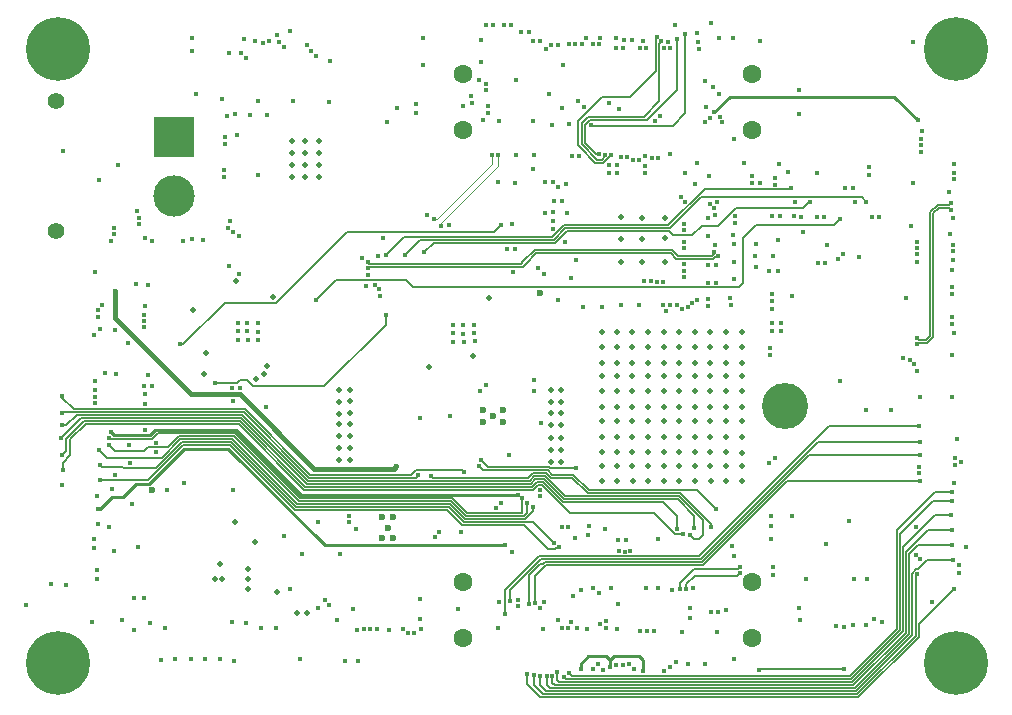
<source format=gbr>
%TF.GenerationSoftware,KiCad,Pcbnew,7.0.6-rc1-29-g152dc56df4*%
%TF.CreationDate,2023-07-03T16:00:48-04:00*%
%TF.ProjectId,pixc4-jetson-universal-carrier,70697863-342d-46a6-9574-736f6e2d756e,rev?*%
%TF.SameCoordinates,Original*%
%TF.FileFunction,Copper,L8,Inr*%
%TF.FilePolarity,Positive*%
%FSLAX46Y46*%
G04 Gerber Fmt 4.6, Leading zero omitted, Abs format (unit mm)*
G04 Created by KiCad (PCBNEW 7.0.6-rc1-29-g152dc56df4) date 2023-07-03 16:00:48*
%MOMM*%
%LPD*%
G01*
G04 APERTURE LIST*
%TA.AperFunction,ComponentPad*%
%ADD10C,1.400000*%
%TD*%
%TA.AperFunction,ComponentPad*%
%ADD11R,3.500000X3.500000*%
%TD*%
%TA.AperFunction,ComponentPad*%
%ADD12C,3.500000*%
%TD*%
%TA.AperFunction,ComponentPad*%
%ADD13C,0.800000*%
%TD*%
%TA.AperFunction,ComponentPad*%
%ADD14C,5.400000*%
%TD*%
%TA.AperFunction,ComponentPad*%
%ADD15C,1.600000*%
%TD*%
%TA.AperFunction,ComponentPad*%
%ADD16C,0.600000*%
%TD*%
%TA.AperFunction,ComponentPad*%
%ADD17C,3.900000*%
%TD*%
%TA.AperFunction,ViaPad*%
%ADD18C,0.400000*%
%TD*%
%TA.AperFunction,ViaPad*%
%ADD19C,0.500000*%
%TD*%
%TA.AperFunction,ViaPad*%
%ADD20C,0.600000*%
%TD*%
%TA.AperFunction,Conductor*%
%ADD21C,0.254000*%
%TD*%
%TA.AperFunction,Conductor*%
%ADD22C,0.152400*%
%TD*%
%TA.AperFunction,Conductor*%
%ADD23C,0.127254*%
%TD*%
%TA.AperFunction,Conductor*%
%ADD24C,0.157480*%
%TD*%
%TA.AperFunction,Conductor*%
%ADD25C,0.129540*%
%TD*%
%TA.AperFunction,Conductor*%
%ADD26C,0.102108*%
%TD*%
%TA.AperFunction,Conductor*%
%ADD27C,0.457200*%
%TD*%
G04 APERTURE END LIST*
D10*
%TO.N,*%
%TO.C,J27*%
X61310700Y-97173560D03*
X61310700Y-86173560D03*
D11*
%TO.N,GND*%
X71310700Y-89173560D03*
D12*
%TO.N,/MainPower/PWR_IN*%
X71310700Y-94173560D03*
%TD*%
D13*
%TO.N,GND*%
%TO.C,J1*%
X59475000Y-81750000D03*
X60068109Y-80318109D03*
X60068109Y-83181891D03*
X61500000Y-79725000D03*
D14*
X61500000Y-81750000D03*
D13*
X61500000Y-83775000D03*
X62931891Y-80318109D03*
X62931891Y-83181891D03*
X63525000Y-81750000D03*
%TD*%
%TO.N,GND*%
%TO.C,J2*%
X59475000Y-133750000D03*
X60068109Y-132318109D03*
X60068109Y-135181891D03*
X61500000Y-131725000D03*
D14*
X61500000Y-133750000D03*
D13*
X61500000Y-135775000D03*
X62931891Y-132318109D03*
X62931891Y-135181891D03*
X63525000Y-133750000D03*
%TD*%
%TO.N,GND*%
%TO.C,J3*%
X135475000Y-81750000D03*
X136068109Y-80318109D03*
X136068109Y-83181891D03*
X137500000Y-79725000D03*
D14*
X137500000Y-81750000D03*
D13*
X137500000Y-83775000D03*
X138931891Y-80318109D03*
X138931891Y-83181891D03*
X139525000Y-81750000D03*
%TD*%
%TO.N,GND*%
%TO.C,J4*%
X135475000Y-133750000D03*
X136068109Y-132318109D03*
X136068109Y-135181891D03*
X137500000Y-131725000D03*
D14*
X137500000Y-133750000D03*
D13*
X137500000Y-135775000D03*
X138931891Y-132318109D03*
X138931891Y-135181891D03*
X139525000Y-133750000D03*
%TD*%
D15*
%TO.N,+5V*%
%TO.C,J5*%
X95750000Y-88625000D03*
X120250000Y-88625000D03*
%TO.N,GND*%
X95750000Y-83875000D03*
X120250000Y-83875000D03*
%TD*%
%TO.N,+5V*%
%TO.C,J6*%
X95750000Y-131625000D03*
X120250000Y-131625000D03*
%TO.N,GND*%
X95750000Y-126875000D03*
X120250000Y-126875000D03*
%TD*%
D16*
%TO.N,GND*%
%TO.C,U6*%
X88900800Y-121406200D03*
X88900800Y-123126200D03*
X89380800Y-122266200D03*
X89860800Y-121406200D03*
X89860800Y-123126200D03*
%TD*%
%TO.N,GND*%
%TO.C,U10*%
X99161600Y-112344200D03*
X97441600Y-112344200D03*
X98301600Y-112824200D03*
X99161600Y-113304200D03*
X97441600Y-113304200D03*
%TD*%
D17*
%TO.N,GND*%
%TO.C,SP1*%
X123000000Y-112000000D03*
%TD*%
D18*
%TO.N,GND*%
X86800000Y-130910000D03*
X118643400Y-80822800D03*
X127630000Y-109890000D03*
D19*
X110093600Y-115900000D03*
D18*
X118000000Y-129240000D03*
X99910000Y-124320000D03*
X92700000Y-95800000D03*
X118668800Y-101193600D03*
X82510000Y-81420000D03*
X92120000Y-129990000D03*
D19*
X108772800Y-106984800D03*
D18*
X78650000Y-130750000D03*
X132980000Y-107910000D03*
D19*
X107496771Y-105674800D03*
D18*
X130110000Y-91710000D03*
X113250000Y-90680000D03*
X97180000Y-110690000D03*
D19*
X119352800Y-110730000D03*
X107492800Y-109434000D03*
D18*
X90144600Y-86715600D03*
D19*
X114054284Y-113250000D03*
D18*
X104930000Y-130230000D03*
X69090000Y-109390000D03*
X70530000Y-130740000D03*
X87570000Y-101850000D03*
D19*
X114047084Y-112050000D03*
X107492800Y-106984800D03*
X118006771Y-105674800D03*
X111409942Y-106984800D03*
X115372855Y-113250000D03*
D18*
X81380000Y-86170000D03*
D19*
X116686455Y-114560000D03*
D18*
X117440000Y-85600000D03*
X114450000Y-99990000D03*
X65960000Y-97970000D03*
X99872800Y-96545400D03*
X105580000Y-90790000D03*
D19*
X82510000Y-129470000D03*
D18*
X128880000Y-126660000D03*
D19*
X107494600Y-108314000D03*
X108772800Y-109434000D03*
D18*
X95732600Y-105079800D03*
D19*
X115367455Y-108314000D03*
X108780000Y-113250000D03*
X116686026Y-108314000D03*
D18*
X100190000Y-98680000D03*
X116350000Y-86660000D03*
D19*
X119354600Y-108334000D03*
D18*
X86070000Y-121250000D03*
D19*
X107492800Y-110710000D03*
D18*
X67500000Y-115260000D03*
X124200000Y-87220000D03*
X77546200Y-106426000D03*
X112240000Y-127350000D03*
X105300000Y-99580000D03*
D19*
X107495029Y-114560000D03*
X115387084Y-118327800D03*
D18*
X64500000Y-105990000D03*
X92220000Y-130890000D03*
D19*
X108772800Y-117017800D03*
D18*
X86454400Y-129184400D03*
X102300000Y-129100000D03*
X97300000Y-82830000D03*
D19*
X111409942Y-112050000D03*
X110091371Y-106984800D03*
X110867599Y-97818001D03*
D18*
X66220000Y-124290000D03*
X76708000Y-106426000D03*
X111250000Y-127350000D03*
D19*
X118005029Y-115900000D03*
D18*
X117260000Y-131130000D03*
X67700000Y-120260000D03*
X130090000Y-92420000D03*
X103790000Y-130120000D03*
X78409800Y-105689400D03*
X117110000Y-95790000D03*
X79121000Y-87299800D03*
X75920000Y-82050000D03*
X111125000Y-91617800D03*
D19*
X119355029Y-115920000D03*
D18*
X104750000Y-88100000D03*
X100220000Y-84370000D03*
D19*
X116684226Y-117017800D03*
D18*
X95710000Y-86590000D03*
X124170000Y-85200000D03*
D19*
X79180000Y-108630000D03*
D18*
X124240000Y-129090000D03*
D19*
X118024229Y-118327800D03*
D18*
X120180000Y-93080000D03*
X86840000Y-133580000D03*
D19*
X116684226Y-106984800D03*
D18*
X88940000Y-97730000D03*
X102510000Y-130870000D03*
X93410000Y-123100000D03*
D19*
X111412171Y-115900000D03*
X114051055Y-105674800D03*
D18*
X90660000Y-130820000D03*
X95290000Y-129190000D03*
X79070000Y-112080000D03*
X64580000Y-100660000D03*
D19*
X119355029Y-114580000D03*
D18*
X115544600Y-91414600D03*
D19*
X108775029Y-114560000D03*
D18*
X94530000Y-96670000D03*
D19*
X118005029Y-114560000D03*
D18*
X128730000Y-93520000D03*
D19*
X116688197Y-105674800D03*
D18*
X95783400Y-105841800D03*
X118643400Y-97510600D03*
X76010000Y-96300000D03*
X136960000Y-97400000D03*
X96723200Y-105816400D03*
X92130000Y-113030000D03*
X77495400Y-105664000D03*
X115260000Y-127350000D03*
X64560000Y-109860000D03*
X65200000Y-103420000D03*
X85760000Y-133540000D03*
X102600000Y-100790000D03*
X133890000Y-81170000D03*
X115600000Y-102970000D03*
X134160000Y-99780000D03*
X103260000Y-88160000D03*
X64580000Y-110640000D03*
X133870000Y-93080000D03*
X114970000Y-129890000D03*
X61850000Y-90360000D03*
X94894400Y-105816400D03*
X116484400Y-103505000D03*
X65420000Y-109220000D03*
X83490000Y-121800000D03*
D19*
X119352800Y-107004800D03*
X77550000Y-125780000D03*
D18*
X108762800Y-91587800D03*
X65020000Y-105420000D03*
X124256800Y-130124200D03*
X133270000Y-102810000D03*
D19*
X107500000Y-113250000D03*
D18*
X137130000Y-107700000D03*
X70170000Y-133510000D03*
X122428000Y-100558600D03*
D19*
X107514229Y-118327800D03*
X116705655Y-118327800D03*
D18*
X81980000Y-133400000D03*
X85330000Y-124520000D03*
D19*
X107495029Y-115900000D03*
D18*
X94894400Y-106527600D03*
X120910000Y-81110000D03*
D19*
X109093000Y-99771200D03*
D18*
X121793000Y-121285000D03*
X121640600Y-100533200D03*
D19*
X112728513Y-109434000D03*
D18*
X107600000Y-134300000D03*
D19*
X115365655Y-110710000D03*
D18*
X126441200Y-99898200D03*
X97120000Y-84340000D03*
X110970000Y-81070000D03*
D19*
X77560000Y-127460000D03*
X115365655Y-117017800D03*
D18*
X118550000Y-123850000D03*
X103790000Y-102990000D03*
D19*
X114047084Y-110710000D03*
X108774600Y-108314000D03*
D18*
X68760000Y-128220000D03*
X111950000Y-131030000D03*
D19*
X108772800Y-112050000D03*
D18*
X112960000Y-103960000D03*
D19*
X114047084Y-109434000D03*
X119356771Y-105694800D03*
X111411742Y-108314000D03*
X114049313Y-114560000D03*
D18*
X102750000Y-81750000D03*
X84450000Y-82790000D03*
X92405200Y-83108800D03*
X105810000Y-81340000D03*
X78390000Y-86180000D03*
X105950000Y-103570000D03*
X99640000Y-116120000D03*
D19*
X119352800Y-112070000D03*
D18*
X68840000Y-111770000D03*
D19*
X107492800Y-117017800D03*
X119360000Y-113270000D03*
X81710000Y-129460000D03*
X109093000Y-95986600D03*
D18*
X78409800Y-106426000D03*
X80580000Y-122980000D03*
X106740000Y-127400000D03*
D19*
X110091371Y-112050000D03*
D18*
X99974400Y-100660200D03*
X69060000Y-101690000D03*
X134420000Y-111230000D03*
X68170000Y-95500000D03*
D19*
X118002800Y-109434000D03*
X114047084Y-106984800D03*
D18*
X116484400Y-102895400D03*
D19*
X115367884Y-115900000D03*
X110112800Y-118327800D03*
X110947200Y-99771200D03*
D18*
X76708000Y-105638600D03*
D19*
X116684226Y-110710000D03*
D18*
X137120000Y-100480000D03*
X98800000Y-128580000D03*
X129290000Y-99330000D03*
X75565000Y-89179400D03*
X89490000Y-130980000D03*
X101780000Y-90720000D03*
X98780000Y-87830000D03*
X122428000Y-97917000D03*
D19*
X112749942Y-118327800D03*
D18*
X64490000Y-123240000D03*
X84390000Y-86270000D03*
X114960000Y-129070000D03*
D19*
X112732484Y-105674800D03*
X116684226Y-112050000D03*
D18*
X137890000Y-116700000D03*
X108780000Y-130840000D03*
D19*
X108775029Y-115900000D03*
D18*
X137310000Y-91510000D03*
X108864400Y-128717000D03*
X83490000Y-129070000D03*
X114760000Y-133790000D03*
X73760000Y-97900000D03*
X127320000Y-130570000D03*
X128920000Y-94700000D03*
D19*
X119352800Y-109454000D03*
D18*
X116280000Y-133840000D03*
D19*
X118002800Y-106984800D03*
D18*
X131200000Y-130240000D03*
X104521000Y-95605600D03*
X117144800Y-100076000D03*
X137290000Y-118500000D03*
D19*
X111417142Y-113250000D03*
D18*
X88470000Y-130880000D03*
X121996200Y-99263200D03*
X136940000Y-93830000D03*
X96697800Y-105079800D03*
X75372200Y-86022200D03*
X137270000Y-96050000D03*
D19*
X119374229Y-118347800D03*
D18*
X111180000Y-90820000D03*
X108102400Y-91567000D03*
D19*
X119352800Y-117037800D03*
D18*
X113080000Y-81160000D03*
D19*
X108772800Y-110710000D03*
D18*
X117144800Y-101549200D03*
X120910000Y-93070000D03*
D19*
X112877600Y-99771200D03*
D18*
X67880000Y-128210000D03*
D19*
X78160000Y-123520000D03*
D18*
X107320000Y-80780000D03*
X77698600Y-87299800D03*
X120180000Y-92520000D03*
X97282000Y-80949800D03*
X121793000Y-122174000D03*
X88690000Y-102670000D03*
X117250000Y-94730000D03*
D19*
X115365655Y-106984800D03*
D18*
X135440000Y-128550000D03*
D19*
X118002800Y-112050000D03*
D18*
X137150000Y-111190000D03*
X66290000Y-105510000D03*
D19*
X114068513Y-118327800D03*
X110093171Y-108314000D03*
X112852200Y-97790000D03*
D18*
X68770000Y-105300000D03*
D19*
X110091371Y-109434000D03*
X108776771Y-105674800D03*
D18*
X104485000Y-93192600D03*
X67350000Y-106650000D03*
X77495400Y-104978200D03*
X91770000Y-86410000D03*
X58790000Y-128800000D03*
X123610000Y-102650000D03*
D19*
X109118400Y-97840800D03*
D18*
X117120000Y-98330000D03*
X101710000Y-87850000D03*
X117424200Y-80848200D03*
X87200000Y-99460000D03*
D19*
X112728513Y-110710000D03*
X110098571Y-113250000D03*
D18*
X78384400Y-104978200D03*
X126480000Y-123650000D03*
D19*
X114048884Y-108314000D03*
D18*
X79900000Y-130760000D03*
X68820000Y-103550000D03*
X111060000Y-101420000D03*
X76810000Y-97580000D03*
X134550000Y-90510000D03*
X112240000Y-123220000D03*
X109410000Y-80970000D03*
X128410000Y-121740000D03*
D19*
X118002800Y-110710000D03*
X108794229Y-118327800D03*
D18*
X78780000Y-81230000D03*
X134210000Y-109040000D03*
D19*
X110947200Y-96062800D03*
X111409942Y-117017800D03*
X116691426Y-113250000D03*
D18*
X92140000Y-128350000D03*
X69780000Y-115080000D03*
X82120000Y-124520000D03*
D19*
X112728513Y-117017800D03*
D18*
X68100000Y-101680000D03*
X68790000Y-97750000D03*
D19*
X115365655Y-109434000D03*
D18*
X134110000Y-122250000D03*
D19*
X115367884Y-114560000D03*
D18*
X94630000Y-112830000D03*
D19*
X76420000Y-121770000D03*
D18*
X129930000Y-126630000D03*
D19*
X112728513Y-112050000D03*
D18*
X107750000Y-122430000D03*
D19*
X116684226Y-109434000D03*
D18*
X109821900Y-133780000D03*
X116586000Y-92481400D03*
X67530000Y-116760000D03*
D19*
X118002800Y-117017800D03*
X114047084Y-117017800D03*
D18*
X104250000Y-83100000D03*
X105440000Y-130810000D03*
X97470000Y-87730000D03*
X94869000Y-105105200D03*
D19*
X112730313Y-108314000D03*
D18*
X110660000Y-103400000D03*
D19*
X112730742Y-114560000D03*
D18*
X121793000Y-123215400D03*
D19*
X112728513Y-106984800D03*
D18*
X79980000Y-80550000D03*
D19*
X111409942Y-109434000D03*
X110091371Y-110710000D03*
D18*
X68840000Y-110990000D03*
X134570000Y-88710000D03*
X64470000Y-124030000D03*
D19*
X115365655Y-112050000D03*
X118010000Y-113250000D03*
D18*
X99510000Y-98680000D03*
X72770000Y-80850000D03*
X89331800Y-87909400D03*
D19*
X111409942Y-110710000D03*
X110093600Y-114560000D03*
X111431371Y-118327800D03*
X77540000Y-126650000D03*
D18*
X107350000Y-130440000D03*
X95808800Y-106527600D03*
X98750000Y-130770000D03*
X66380000Y-109250000D03*
X134150000Y-98050000D03*
D19*
X112852200Y-96037400D03*
D18*
X96748600Y-106502200D03*
D19*
X110091371Y-117017800D03*
D18*
X114280000Y-103780000D03*
X76708000Y-104978200D03*
X129910000Y-112290000D03*
X85090000Y-130080000D03*
X75565000Y-89789000D03*
D19*
X114049313Y-115900000D03*
D18*
X91795600Y-87198200D03*
D19*
X116686455Y-115900000D03*
D18*
X72770000Y-81950000D03*
X108260000Y-127350000D03*
X105040000Y-128060000D03*
X123647200Y-121310400D03*
X92354400Y-80797400D03*
X64380000Y-130250000D03*
D19*
X112730742Y-115900000D03*
X111412171Y-114560000D03*
D18*
X117527399Y-87473352D03*
X68800000Y-114020000D03*
X112680000Y-101450000D03*
X87690000Y-100850000D03*
D19*
X111413913Y-105674800D03*
X107492800Y-112050000D03*
X118004600Y-108314000D03*
D18*
X106260000Y-130890000D03*
D19*
X112735713Y-113250000D03*
D18*
X68260000Y-123950000D03*
X137200000Y-99590000D03*
X125755400Y-92278200D03*
D19*
X110095342Y-105674800D03*
X115369626Y-105674800D03*
D18*
X119532400Y-91414600D03*
D19*
%TO.N,+5V*%
X85242400Y-116586000D03*
D18*
X97729000Y-110236000D03*
D19*
X85242400Y-115570000D03*
X86156800Y-111556800D03*
X85242400Y-114554000D03*
D18*
X86660000Y-122380000D03*
X121900000Y-105630000D03*
D19*
X86156800Y-116535200D03*
X85242400Y-111607600D03*
X86156800Y-114503200D03*
X86156800Y-112572800D03*
D18*
X86060000Y-121770000D03*
D19*
X73840000Y-109260000D03*
X86156800Y-113538000D03*
D18*
X124570000Y-97240000D03*
X127950000Y-99070000D03*
D19*
X85242400Y-112623600D03*
D18*
X127540000Y-99520000D03*
D19*
X86156800Y-115519200D03*
X86156800Y-110591600D03*
X85242400Y-113538000D03*
D18*
X120548400Y-98221800D03*
X104960000Y-90810000D03*
X102720000Y-93000000D03*
X124360000Y-95940000D03*
X60850000Y-127070000D03*
D20*
X102311200Y-102438200D03*
D19*
X85242400Y-110591600D03*
D18*
%TO.N,3V3_SYS*%
X116770000Y-79560000D03*
%TO.N,USB2-*%
X134540000Y-89374834D03*
X113263500Y-81640000D03*
%TO.N,USB2+*%
X134540000Y-89901834D03*
X112736500Y-81640000D03*
%TO.N,PORT_VBUS_2*%
X134243334Y-87763334D03*
X117020000Y-87100000D03*
%TO.N,USB3-*%
X111263500Y-81680000D03*
X137250000Y-98351500D03*
%TO.N,USB3+*%
X137250000Y-98878500D03*
X110736500Y-81680000D03*
%TO.N,PORT_VBUS_3*%
X133700000Y-96750000D03*
X110070000Y-80960000D03*
%TO.N,USB4-*%
X109263500Y-81660000D03*
X133583677Y-108053677D03*
%TO.N,USB4+*%
X133956323Y-108426323D03*
X108736500Y-81660000D03*
%TO.N,PORT_VBUS_4*%
X137300000Y-105760000D03*
X108740000Y-80850000D03*
%TO.N,ETH_RADIO_TX_N*%
X102304140Y-81090000D03*
X122125060Y-116374940D03*
X102240000Y-119063800D03*
%TO.N,ETH_RADIO_TX_P*%
X101695860Y-81090000D03*
X121694940Y-116805060D03*
X102240000Y-119616200D03*
%TO.N,ETH_RADIO_RX_N*%
X101304140Y-80290000D03*
X122000000Y-125635860D03*
X98955303Y-120204697D03*
%TO.N,ETH_RADIO_RX_P*%
X98564697Y-120595303D03*
X122000000Y-126244140D03*
X100695860Y-80290000D03*
%TO.N,ETH_SPARE_RX_P*%
X121780000Y-107694140D03*
X99804140Y-79690000D03*
%TO.N,ETH_SPARE_RX_N*%
X121780000Y-107085860D03*
X99195860Y-79690000D03*
%TO.N,ETH_SPARE_TX_P*%
X118770000Y-96504140D03*
X98304140Y-79720000D03*
%TO.N,ETH_SPARE_TX_N*%
X118770000Y-95895860D03*
X97695860Y-79720000D03*
D19*
%TO.N,Net-(D2-K)*%
X96580000Y-107730000D03*
X97920000Y-102810000D03*
D18*
%TO.N,FMU_I2C_1_SDA*%
X65000000Y-116980000D03*
X103437300Y-123567300D03*
%TO.N,FMU_I2C_1_SCL*%
X64970000Y-115710000D03*
X101670000Y-120520000D03*
%TO.N,GPS1_RX*%
X101200000Y-120150000D03*
X65820000Y-115280000D03*
%TO.N,GPS1_TX*%
X65800000Y-114720000D03*
X100782162Y-119804123D03*
%TO.N,+VDD_5V_PERIPH*%
X108220000Y-134110000D03*
X110960000Y-134390000D03*
X65910000Y-114190000D03*
X105710000Y-134240000D03*
X61760000Y-118630000D03*
X66840000Y-130060000D03*
X138330000Y-123950000D03*
X110235000Y-134265000D03*
X76380000Y-133550000D03*
X100400000Y-119480000D03*
X137560000Y-114790000D03*
X102590000Y-128570000D03*
%TO.N,BATT_VOLTAGE_SENS_PROT*%
X61860000Y-117380000D03*
X117320000Y-129400000D03*
X114360000Y-122780000D03*
%TO.N,BATT_CURRENT_SENS_PROT*%
X116740000Y-129380000D03*
X61780000Y-116110000D03*
X113840000Y-122360000D03*
%TO.N,FMU-CH1-PROT*%
X101840000Y-128640000D03*
X134410000Y-118330000D03*
%TO.N,IO-CH8-PROT*%
X104730000Y-134610000D03*
X137170000Y-119280000D03*
%TO.N,IO-CH7-PROT*%
X137110000Y-119990000D03*
X104290000Y-134910000D03*
%TO.N,IO-CH6-PROT*%
X103750000Y-134520000D03*
X137090000Y-121220000D03*
%TO.N,IO-CH5-PROT*%
X137130000Y-122480000D03*
X103320979Y-134848867D03*
%TO.N,IO-CH4-PROT*%
X137190000Y-123720000D03*
X102820000Y-134860000D03*
%TO.N,IO-CH3-PROT*%
X102260000Y-134870000D03*
X137250000Y-124990000D03*
%TO.N,IO-CH2-PROT*%
X101750000Y-134780000D03*
X134220000Y-126240000D03*
%TO.N,IO-CH1-PROT*%
X101140000Y-134670000D03*
X137320000Y-127470000D03*
%TO.N,ETH_RADIO_TX_POSTMAG_N*%
X137120000Y-101925460D03*
X134370000Y-117131300D03*
%TO.N,ETH_RADIO_TX_POSTMAG_P*%
X137120000Y-102533740D03*
X134370000Y-117658300D03*
%TO.N,ETH_RADIO_RX_POSTMAG_N*%
X134088279Y-124573677D03*
X137130000Y-104425460D03*
%TO.N,ETH_RADIO_RX_POSTMAG_P*%
X137130000Y-105033740D03*
X134460925Y-124946323D03*
%TO.N,ETH_SPARE_TX_POSTMAG_N*%
X137340000Y-92266500D03*
X134167726Y-98621500D03*
%TO.N,ETH_SPARE_TX_POSTMAG_P*%
X137340000Y-92793500D03*
X134167726Y-99148500D03*
%TO.N,ETH_SPARE_RX_POSTMAG_N*%
X134200000Y-106241500D03*
X137090000Y-94754260D03*
%TO.N,ETH_SPARE_RX_POSTMAG_P*%
X137090000Y-95362540D03*
X134200000Y-106768500D03*
D19*
%TO.N,Net-(D3-K)*%
X78245300Y-109710000D03*
X79640000Y-102720000D03*
D18*
%TO.N,+1V1*%
X118668800Y-98221800D03*
X122148600Y-92684600D03*
X122148600Y-93243400D03*
X108102400Y-92227400D03*
X111125000Y-92252800D03*
X107518200Y-103581200D03*
X123740000Y-95930000D03*
X112664200Y-103454200D03*
X116454000Y-96062800D03*
X103370000Y-92990000D03*
X121890000Y-104970000D03*
X116494600Y-100076000D03*
X109139200Y-103428800D03*
X116454400Y-97561400D03*
X122580000Y-95890000D03*
X121880000Y-95870000D03*
%TO.N,+5V_FMU*%
X124820000Y-126640000D03*
X108910000Y-123310000D03*
X108960000Y-124290000D03*
D19*
X103225600Y-116687600D03*
X75210000Y-125330000D03*
X104089200Y-113588800D03*
X104089200Y-115671600D03*
D18*
X102710000Y-95610000D03*
X122540000Y-91460000D03*
D19*
X75350000Y-126660000D03*
X104089200Y-111658400D03*
X92910000Y-108670000D03*
X103225600Y-111658400D03*
X74760000Y-126660000D03*
D20*
X69392800Y-119126000D03*
D18*
X126350000Y-95960000D03*
D19*
X79970000Y-127700000D03*
X104089200Y-112572800D03*
D18*
X109930000Y-124290000D03*
X62160000Y-127160000D03*
X109580000Y-123300000D03*
X66070000Y-119030000D03*
X109430000Y-124300000D03*
D19*
X104089200Y-114655600D03*
X103225600Y-110642400D03*
D18*
X81110000Y-127508000D03*
D19*
X103225600Y-113588800D03*
D18*
X65760000Y-122210000D03*
D19*
X103225600Y-112572800D03*
D18*
X122670000Y-105620000D03*
D19*
X103225600Y-115671600D03*
X104089200Y-116687600D03*
X103225600Y-114655600D03*
X104089200Y-110642400D03*
D18*
%TO.N,IRID_ON_OFF_3.3*%
X115760000Y-81710000D03*
X81070000Y-80190000D03*
%TO.N,IRID_TX_IN_3.3*%
X115610000Y-81130000D03*
X79360000Y-81070000D03*
%TO.N,IRID_RING_3.3*%
X115560000Y-80370000D03*
X78150000Y-81040000D03*
%TO.N,IRID_NA_3.3*%
X77170000Y-80930000D03*
X113690000Y-79760000D03*
%TO.N,IRID_RX_OUT_3.3*%
X117710000Y-87940000D03*
X73170000Y-85550000D03*
%TO.N,USB_EXT2_SSTX-*%
X113280000Y-103430000D03*
X100390000Y-128380000D03*
%TO.N,Net-(U9-VCC)*%
X69750000Y-115860000D03*
X70730000Y-119120000D03*
%TO.N,XAVIER_I2C1_SCL*%
X128010000Y-130660000D03*
X130370000Y-95980000D03*
X116920000Y-84940000D03*
%TO.N,CAM1_D0_N*%
X112454284Y-87445716D03*
%TO.N,CAM1_D0_P*%
X112045716Y-87854284D03*
X104100000Y-86720000D03*
X103010000Y-85540000D03*
%TO.N,CAM1_C_N*%
X108110000Y-86280000D03*
%TO.N,CAM1_C_P*%
X108990000Y-86830000D03*
%TO.N,CAM1_D1_N*%
X105510000Y-86160000D03*
%TO.N,CAM1_D1_P*%
X106035716Y-86644284D03*
%TO.N,XAVIER_I2C1_SDA*%
X130570000Y-129980000D03*
X116250000Y-84480000D03*
X130960000Y-95960000D03*
%TO.N,GPIO10*%
X76440000Y-87260000D03*
X116660000Y-87560000D03*
X72080000Y-97970000D03*
%TO.N,GPIO12*%
X75800000Y-87420000D03*
X116250000Y-87910000D03*
X69460000Y-97990000D03*
%TO.N,RC_INPUT*%
X76820000Y-100840000D03*
X101790000Y-110737300D03*
X64970000Y-92840000D03*
X106390000Y-122150000D03*
%TO.N,+VDD_5V_RADIO*%
X69240000Y-130350000D03*
X66500000Y-91570000D03*
X107240000Y-127840000D03*
%TO.N,BUZZER_OUT*%
X66320000Y-117840000D03*
X64810000Y-121970000D03*
%TO.N,SAFETY_VDD*%
X105750000Y-127550000D03*
X64880000Y-120720000D03*
X99280000Y-123780000D03*
%TO.N,SAFETY_SWITCH_IN*%
X64980000Y-118250000D03*
X103874349Y-123900000D03*
%TO.N,TELEM1_TX*%
X114280000Y-131130000D03*
X75180000Y-133430000D03*
%TO.N,TELEM1_RX*%
X113750000Y-133660000D03*
X73900000Y-133360000D03*
%TO.N,TELEM1_CTS*%
X113240000Y-134040000D03*
X72680000Y-133380000D03*
%TO.N,TELEM1_RTS*%
X71390000Y-133380000D03*
X112780000Y-134420000D03*
%TO.N,INTVCC*%
X125791000Y-99872800D03*
X120497600Y-99237800D03*
%TO.N,USB_EXT2_SSTX+*%
X113840000Y-103410000D03*
X100380000Y-128930000D03*
%TO.N,CAN_2+*%
X137730000Y-125470860D03*
X108695860Y-133920000D03*
%TO.N,CAN_2-*%
X109304140Y-133920000D03*
X137730000Y-126079140D03*
%TO.N,FMU_I2C_2_SDA*%
X64780000Y-125880000D03*
X107200000Y-133820000D03*
%TO.N,FMU_I2C_2_SCL*%
X64750000Y-126590000D03*
X106750000Y-134270000D03*
%TO.N,FMU-CH4-PROT*%
X99310000Y-129550000D03*
X134370000Y-113670000D03*
%TO.N,FMU-CH3-PROT*%
X99750000Y-128470000D03*
X134420000Y-115000000D03*
%TO.N,FMU-CH2-PROT*%
X134420000Y-116120000D03*
X101330000Y-128710000D03*
%TO.N,USB_EXT1_SSTX-*%
X84426323Y-128806323D03*
X117356323Y-99316323D03*
X87690000Y-100322070D03*
%TO.N,USB_EXT1_SSTX+*%
X87690000Y-99817930D03*
X84053677Y-128433677D03*
X116983677Y-98943677D03*
%TO.N,CAM1_GPIO*%
X108290000Y-90700000D03*
X112170000Y-80767300D03*
%TO.N,CAM1_MCLK*%
X107760000Y-90690000D03*
X112551641Y-81092037D03*
%TO.N,CAM1_SCL0*%
X113830000Y-80940000D03*
X107240000Y-90680000D03*
%TO.N,CAM1_SDA0*%
X106600000Y-88150000D03*
X114572700Y-80500000D03*
%TO.N,CAM0_D0_N*%
X76965716Y-82075716D03*
X97670000Y-84671100D03*
%TO.N,CAM0_D0_P*%
X97670000Y-85248900D03*
X77374284Y-82484284D03*
%TO.N,CAM0_C_N*%
X96410000Y-85730000D03*
X82895716Y-81935716D03*
%TO.N,CAM0_C_P*%
X83304284Y-82344284D03*
X96480000Y-86280000D03*
%TO.N,CAM0_D1_N*%
X97830000Y-86581100D03*
X80205716Y-81145716D03*
%TO.N,CAM0_D1_P*%
X80614284Y-81554284D03*
X97830000Y-87158900D03*
%TO.N,CAM0_GPIO*%
X101640000Y-91900000D03*
%TO.N,CAM0_MCLK*%
X100180000Y-93130000D03*
%TO.N,CAM0_SCL0*%
X100200000Y-90700000D03*
%TO.N,CAM0_SDA0*%
X98680000Y-93020000D03*
%TO.N,USBSS_TX_N*%
X112290000Y-90990000D03*
X105263500Y-81350000D03*
%TO.N,USBSS_TX_P*%
X111770000Y-90980000D03*
X104736500Y-81350000D03*
%TO.N,UART4_RX*%
X114660000Y-127480000D03*
X119167208Y-126152989D03*
%TO.N,UART4_TX*%
X119190000Y-125630000D03*
X114120000Y-127490000D03*
%TO.N,S.BUS_OUT*%
X67920000Y-130900000D03*
X113470000Y-127530000D03*
%TO.N,USB_CELL_SSTX+*%
X116643677Y-94833677D03*
X64600000Y-111706000D03*
X66200000Y-96937930D03*
%TO.N,USB_CELL_SSTX-*%
X66200000Y-97442070D03*
X117016323Y-95206323D03*
X64600000Y-111179000D03*
%TO.N,+SIM_VCC*%
X83310000Y-102980000D03*
X76300000Y-111520000D03*
X128077000Y-93522800D03*
X127650000Y-96140000D03*
%TO.N,Net-(D9-K)*%
X77380000Y-130360000D03*
X75950000Y-100150000D03*
X76190000Y-130290000D03*
%TO.N,Net-(D10-A)*%
X132010000Y-112350000D03*
X120780000Y-134330000D03*
X128030000Y-134220000D03*
%TO.N,USB_CELL_D+*%
X68330000Y-96097930D03*
X114180000Y-94260000D03*
X68710000Y-104236500D03*
%TO.N,USB_CELL_D-*%
X114526323Y-94706323D03*
X68710000Y-104763500D03*
X68330000Y-96602070D03*
%TO.N,USB_CELL_SSRX+*%
X114470000Y-96554501D03*
X75891759Y-96891759D03*
X68740000Y-110263500D03*
%TO.N,USB_CELL_SSRX-*%
X114470000Y-97081501D03*
X69410000Y-110310000D03*
X76248241Y-97248241D03*
%TO.N,USB_EXT1_D+*%
X114490000Y-98054502D03*
X91101500Y-131190000D03*
%TO.N,USB_EXT1_D-*%
X114490000Y-98581502D03*
X91628500Y-131190000D03*
%TO.N,USB_EXT1_SSRX+*%
X114460000Y-100554502D03*
X87351500Y-130890000D03*
X88311759Y-101721759D03*
%TO.N,USB_EXT1_SSRX-*%
X114460000Y-101081502D03*
X88668241Y-102078241D03*
X87878500Y-130890000D03*
%TO.N,USB_EXT2_D+*%
X115136323Y-103243677D03*
X107871500Y-130740000D03*
%TO.N,USB_EXT2_D-*%
X114763677Y-103616323D03*
X107850000Y-130170000D03*
%TO.N,USB_EXT2_SSRX+*%
X112150000Y-101440000D03*
X104121500Y-130750000D03*
X104132930Y-122230000D03*
%TO.N,USB_EXT2_SSRX-*%
X104648500Y-130750000D03*
X104637070Y-122230000D03*
X111630000Y-101430000D03*
%TO.N,PWRCTRL2*%
X101720000Y-109750000D03*
X102100000Y-100330000D03*
%TO.N,+3V3*%
X118414800Y-103454200D03*
X121920000Y-102463600D03*
X125710000Y-95960000D03*
X123260000Y-92170000D03*
X122650000Y-104980000D03*
X103378000Y-96951800D03*
X118389400Y-102844600D03*
X104889600Y-101142800D03*
X121920000Y-103784400D03*
X118668800Y-99745800D03*
X114528600Y-92242600D03*
X116484400Y-101549200D03*
X103454200Y-94640400D03*
X104368600Y-98069400D03*
X103360000Y-95590000D03*
X121920000Y-103124000D03*
X108770000Y-92220000D03*
%TO.N,OVERCUR3*%
X103378000Y-96312200D03*
X102330000Y-113400000D03*
%TO.N,OVERCUR2*%
X104104400Y-94640400D03*
X105321401Y-117240000D03*
X97290000Y-116550000D03*
%TO.N,CAN_1+*%
X137380000Y-116360860D03*
X110695860Y-131020000D03*
%TO.N,CAN_1-*%
X111304140Y-131020000D03*
X137380000Y-116969140D03*
D19*
%TO.N,/MainPower/PWR_IN*%
X81305400Y-91541600D03*
X83591400Y-90551000D03*
X82346800Y-92583000D03*
X82346800Y-90551000D03*
X81305400Y-90551000D03*
X83591400Y-89509600D03*
X83591400Y-92583000D03*
X83591400Y-91541600D03*
D18*
X75539600Y-91998800D03*
D19*
X81305400Y-89509600D03*
X82346800Y-91541600D03*
D18*
X78359000Y-92430600D03*
D19*
X82346800Y-89509600D03*
D18*
X75539600Y-92583000D03*
D19*
X81305400Y-92583000D03*
D18*
%TO.N,JETSON_USB1_D_P*%
X106736500Y-81290000D03*
X109104100Y-90900000D03*
%TO.N,JETSON_USB1_D_N*%
X107263500Y-81290000D03*
X109631100Y-90900000D03*
%TO.N,USBSS_RX_P*%
X110104099Y-91130000D03*
X103236500Y-81450000D03*
%TO.N,USBSS_RX_N*%
X103763500Y-81450000D03*
X110631099Y-91130000D03*
%TO.N,Net-(IC1-USB_R1)*%
X115351600Y-93141800D03*
%TO.N,JETSON_CAN+*%
X93324894Y-96144894D03*
X64870000Y-103830860D03*
X98170000Y-90720000D03*
%TO.N,JETSON_CAN-*%
X98750000Y-90720000D03*
X64870000Y-104439140D03*
X93895106Y-96715106D03*
%TO.N,PORT_VBUS_JETSON*%
X103780000Y-93469350D03*
X106180000Y-80830000D03*
%TO.N,GPIO02*%
X72830000Y-97870000D03*
X118720000Y-89360000D03*
X76640000Y-89050000D03*
%TO.N,BATT2_CURRENT_SENS_PROT*%
X115010000Y-122940000D03*
X61800000Y-113610000D03*
%TO.N,BATT2_VOLTAGE_SENS_PROT*%
X115350000Y-122320000D03*
X61730000Y-114680000D03*
%TO.N,SPARE1_ADC1*%
X116740000Y-122220000D03*
X93065744Y-117871709D03*
%TO.N,SPARE2_ADC1*%
X97100000Y-117090000D03*
X117180000Y-120710000D03*
%TO.N,Net-(J20-Pin_7)*%
X64730000Y-119600000D03*
X105230000Y-123190000D03*
D19*
%TO.N,Net-(J30-~{FULL_CARD_POWER_OFF})*%
X76510000Y-101360000D03*
X72880000Y-103890000D03*
%TO.N,PCIE_DIS*%
X78870000Y-109230000D03*
X74000000Y-107520000D03*
D18*
%TO.N,VBUS_CELL*%
X71810000Y-106720000D03*
X98950000Y-96640000D03*
%TO.N,SIM_RESET*%
X125160000Y-94710000D03*
X89220000Y-104260000D03*
X92490000Y-98950000D03*
X74730000Y-110000000D03*
%TO.N,SIM_CLK*%
X76200000Y-110440000D03*
X123490000Y-93560000D03*
X89220000Y-99210000D03*
%TO.N,SIM_DATA*%
X123850000Y-94710000D03*
X76850000Y-110440000D03*
X88560000Y-99240000D03*
%TO.N,SIM_DETECT*%
X129870000Y-94700000D03*
X90850000Y-99180000D03*
X76280000Y-119050000D03*
%TO.N,Net-(U9-+IN)*%
X106330000Y-122870000D03*
X72110000Y-118490000D03*
%TO.N,PGOOD2*%
X120548400Y-100228400D03*
X126570000Y-98370000D03*
%TO.N,+5V_PROT*%
X90115000Y-117095000D03*
X66310000Y-102250000D03*
%TO.N,RS232_TXD*%
X129870000Y-130500000D03*
%TO.N,RS232_RXD*%
X128750000Y-130550000D03*
%TO.N,+5V_PROT_INS*%
X118680000Y-133420000D03*
X118670000Y-124710000D03*
X95590000Y-122640000D03*
X93740000Y-122620000D03*
%TO.N,Net-(J13-Pin_6)*%
X61810000Y-112540000D03*
X91980000Y-117848700D03*
%TO.N,Net-(J13-Pin_7)*%
X95873592Y-117560000D03*
X61840000Y-111170000D03*
%TD*%
D21*
%TO.N,PORT_VBUS_2*%
X117020000Y-87100000D02*
X118340000Y-85780000D01*
X118340000Y-85780000D02*
X132260000Y-85780000D01*
X132260000Y-85780000D02*
X134243334Y-87763334D01*
D22*
%TO.N,FMU_I2C_1_SDA*%
X65157800Y-117137800D02*
X66917800Y-117137800D01*
X76121462Y-115041200D02*
X81636262Y-120556000D01*
X66917800Y-117137800D02*
X67030000Y-117250000D01*
X67030000Y-117250000D02*
X69719738Y-117250000D01*
X76110410Y-115041200D02*
X76121462Y-115041200D01*
X94534000Y-120556000D02*
X95804000Y-121826000D01*
X76105210Y-115036000D02*
X76110410Y-115041200D01*
X69719738Y-117250000D02*
X71933738Y-115036000D01*
X71933738Y-115036000D02*
X76105210Y-115036000D01*
X95804000Y-121826000D02*
X101696000Y-121826000D01*
X65000000Y-116980000D02*
X65157800Y-117137800D01*
X101696000Y-121826000D02*
X103437300Y-123567300D01*
X81636262Y-120556000D02*
X94534000Y-120556000D01*
%TO.N,FMU_I2C_1_SCL*%
X76215620Y-114787200D02*
X76210420Y-114782000D01*
X76226672Y-114787200D02*
X76215620Y-114787200D01*
X76210420Y-114782000D02*
X71889580Y-114782000D01*
X81733472Y-120294000D02*
X76226672Y-114787200D01*
X100992582Y-121572000D02*
X95909210Y-121572000D01*
X65630000Y-116370000D02*
X64970000Y-115710000D01*
X71889580Y-114782000D02*
X71884380Y-114787200D01*
X71884380Y-114787200D02*
X71823328Y-114787200D01*
X95909210Y-121572000D02*
X94631210Y-120294000D01*
X94631210Y-120294000D02*
X81733472Y-120294000D01*
X101670000Y-120520000D02*
X101670000Y-120894582D01*
X70240528Y-116370000D02*
X65630000Y-116370000D01*
X101670000Y-120894582D02*
X100992582Y-121572000D01*
X71823328Y-114787200D02*
X70240528Y-116370000D01*
%TO.N,GPS1_RX*%
X100887372Y-121318000D02*
X101200000Y-121005372D01*
X68760000Y-115780000D02*
X69070000Y-115470000D01*
X66320000Y-115780000D02*
X68760000Y-115780000D01*
X69070000Y-115470000D02*
X70781318Y-115470000D01*
X76320830Y-114533200D02*
X76331882Y-114533200D01*
X76331882Y-114533200D02*
X81838682Y-120040000D01*
X71723318Y-114528000D02*
X76315630Y-114528000D01*
X101200000Y-121005372D02*
X101200000Y-120150000D01*
X70781318Y-115470000D02*
X71723318Y-114528000D01*
X76315630Y-114528000D02*
X76320830Y-114533200D01*
X81838682Y-120040000D02*
X94736420Y-120040000D01*
X96014420Y-121318000D02*
X100887372Y-121318000D01*
X65820000Y-115280000D02*
X66320000Y-115780000D01*
X94736420Y-120040000D02*
X96014420Y-121318000D01*
%TO.N,GPS1_TX*%
X69906000Y-114274000D02*
X69410000Y-114770000D01*
X65850000Y-114770000D02*
X65800000Y-114720000D01*
X100782162Y-119804123D02*
X100782162Y-121064000D01*
X94840430Y-119784800D02*
X81942692Y-119784800D01*
X81942692Y-119784800D02*
X76431892Y-114274000D01*
X69410000Y-114770000D02*
X65850000Y-114770000D01*
X96119630Y-121064000D02*
X94840430Y-119784800D01*
X76431892Y-114274000D02*
X69906000Y-114274000D01*
X100782162Y-121064000D02*
X96119630Y-121064000D01*
D21*
%TO.N,+VDD_5V_PERIPH*%
X107880000Y-133180000D02*
X106310000Y-133180000D01*
X69700800Y-113969200D02*
X69221400Y-114448600D01*
X105710000Y-133780000D02*
X105710000Y-134240000D01*
X110620000Y-133180000D02*
X108560000Y-133180000D01*
X110960000Y-134390000D02*
X110960000Y-133520000D01*
X108560000Y-133180000D02*
X108220000Y-133520000D01*
X108220000Y-134110000D02*
X108220000Y-133520000D01*
X76558144Y-113969200D02*
X69700800Y-113969200D01*
X69221400Y-114448600D02*
X66168600Y-114448600D01*
X66168600Y-114448600D02*
X65910000Y-114190000D01*
X106310000Y-133180000D02*
X105710000Y-133780000D01*
X82068944Y-119480000D02*
X76558144Y-113969200D01*
X100400000Y-119480000D02*
X82068944Y-119480000D01*
X108220000Y-133520000D02*
X107880000Y-133180000D01*
X110960000Y-133520000D02*
X110620000Y-133180000D01*
D22*
%TO.N,BATT_VOLTAGE_SENS_PROT*%
X101679510Y-119090000D02*
X102083510Y-118686000D01*
X111960000Y-121060000D02*
X113680000Y-122780000D01*
X76750000Y-113510000D02*
X82330000Y-119090000D01*
X61860000Y-116760000D02*
X62500000Y-116120000D01*
X102083510Y-118686000D02*
X102396490Y-118686000D01*
X102396490Y-118686000D02*
X104770490Y-121060000D01*
X62500000Y-114800000D02*
X63790000Y-113510000D01*
X61860000Y-117380000D02*
X61860000Y-116760000D01*
X104770490Y-121060000D02*
X111960000Y-121060000D01*
X63790000Y-113510000D02*
X76750000Y-113510000D01*
X62500000Y-116120000D02*
X62500000Y-114800000D01*
X113680000Y-122780000D02*
X114360000Y-122780000D01*
X82330000Y-119090000D02*
X101679510Y-119090000D01*
%TO.N,BATT_CURRENT_SENS_PROT*%
X76855210Y-113256000D02*
X63634790Y-113256000D01*
X82399210Y-118800000D02*
X76855210Y-113256000D01*
X104195700Y-120126000D02*
X102501700Y-118432000D01*
X101610300Y-118800000D02*
X82399210Y-118800000D01*
X101978300Y-118432000D02*
X101610300Y-118800000D01*
X102501700Y-118432000D02*
X101978300Y-118432000D01*
X63634790Y-113256000D02*
X62116000Y-114774790D01*
X113840000Y-122360000D02*
X113840000Y-121280790D01*
X113840000Y-121280790D02*
X112685210Y-120126000D01*
X62116000Y-114774790D02*
X62116000Y-115774000D01*
X112685210Y-120126000D02*
X104195700Y-120126000D01*
X62116000Y-115774000D02*
X61780000Y-116110000D01*
%TO.N,FMU-CH1-PROT*%
X123180000Y-118330000D02*
X134410000Y-118330000D01*
X116070000Y-125440000D02*
X123180000Y-118330000D01*
X101840000Y-128640000D02*
X101840000Y-126370000D01*
X101840000Y-126370000D02*
X102770000Y-125440000D01*
X102770000Y-125440000D02*
X116070000Y-125440000D01*
%TO.N,IO-CH8-PROT*%
X132470000Y-122490000D02*
X135680000Y-119280000D01*
X104730000Y-134610000D02*
X104962000Y-134842000D01*
X104962000Y-134842000D02*
X128483530Y-134842000D01*
X128483530Y-134842000D02*
X132470000Y-130855530D01*
X132470000Y-130855530D02*
X132470000Y-122490000D01*
X135680000Y-119280000D02*
X137170000Y-119280000D01*
%TO.N,IO-CH7-PROT*%
X104290000Y-134910000D02*
X104476000Y-135096000D01*
X135570000Y-119990000D02*
X137110000Y-119990000D01*
X104476000Y-135096000D02*
X128588740Y-135096000D01*
X128588740Y-135096000D02*
X132724000Y-130960740D01*
X132724000Y-130960740D02*
X132724000Y-122836000D01*
X132724000Y-122836000D02*
X135570000Y-119990000D01*
%TO.N,IO-CH6-PROT*%
X103750000Y-134520000D02*
X103750000Y-135210000D01*
X128693950Y-135350000D02*
X132978000Y-131065950D01*
X103890000Y-135350000D02*
X128693950Y-135350000D01*
X132978000Y-131065950D02*
X132978000Y-123916290D01*
X103750000Y-135210000D02*
X103890000Y-135350000D01*
X132978000Y-123916290D02*
X135674290Y-121220000D01*
X135674290Y-121220000D02*
X137090000Y-121220000D01*
%TO.N,IO-CH5-PROT*%
X135110000Y-122480000D02*
X137130000Y-122480000D01*
X103320979Y-134848867D02*
X103320979Y-135410979D01*
X133232000Y-131171160D02*
X133232000Y-124358000D01*
X103514000Y-135604000D02*
X128799160Y-135604000D01*
X133232000Y-124358000D02*
X135110000Y-122480000D01*
X128799160Y-135604000D02*
X133232000Y-131171160D01*
X103320979Y-135410979D02*
X103514000Y-135604000D01*
%TO.N,IO-CH4-PROT*%
X133486000Y-131276370D02*
X128904370Y-135858000D01*
X102820000Y-135570000D02*
X102820000Y-134860000D01*
X133486000Y-124544000D02*
X133486000Y-131276370D01*
X128904370Y-135858000D02*
X103108000Y-135858000D01*
X134310000Y-123720000D02*
X133486000Y-124544000D01*
X137190000Y-123720000D02*
X134310000Y-123720000D01*
X103108000Y-135858000D02*
X102820000Y-135570000D01*
%TO.N,IO-CH3-PROT*%
X135023230Y-124990000D02*
X137250000Y-124990000D01*
X102260000Y-135570000D02*
X102802000Y-136112000D01*
X129009580Y-136112000D02*
X133740000Y-131381580D01*
X134233230Y-125780000D02*
X135023230Y-124990000D01*
X102802000Y-136112000D02*
X129009580Y-136112000D01*
X102260000Y-134870000D02*
X102260000Y-135570000D01*
X133740000Y-131381580D02*
X133740000Y-126170000D01*
X133740000Y-126170000D02*
X134130000Y-125780000D01*
X134130000Y-125780000D02*
X134233230Y-125780000D01*
%TO.N,IO-CH2-PROT*%
X101750000Y-135580000D02*
X102536000Y-136366000D01*
X134070000Y-131410790D02*
X134070000Y-126390000D01*
X129114790Y-136366000D02*
X134070000Y-131410790D01*
X101750000Y-134780000D02*
X101750000Y-135580000D01*
X134070000Y-126390000D02*
X134220000Y-126240000D01*
X102536000Y-136366000D02*
X129114790Y-136366000D01*
%TO.N,IO-CH1-PROT*%
X134324000Y-130466000D02*
X137320000Y-127470000D01*
X102270000Y-136620000D02*
X129220000Y-136620000D01*
X101140000Y-135490000D02*
X102270000Y-136620000D01*
X101140000Y-134670000D02*
X101140000Y-135490000D01*
X134324000Y-131516000D02*
X134324000Y-130466000D01*
X129220000Y-136620000D02*
X134324000Y-131516000D01*
D23*
%TO.N,ETH_SPARE_RX_POSTMAG_N*%
X135934150Y-94943846D02*
X135305446Y-95572550D01*
X136900414Y-94943846D02*
X135934150Y-94943846D01*
X137090000Y-94754260D02*
X136900414Y-94943846D01*
X134947550Y-106390446D02*
X134348946Y-106390446D01*
X134348946Y-106390446D02*
X134200000Y-106241500D01*
X135305446Y-106032550D02*
X134947550Y-106390446D01*
X135305446Y-95572550D02*
X135305446Y-106032550D01*
%TO.N,ETH_SPARE_RX_POSTMAG_P*%
X134348946Y-106619554D02*
X134200000Y-106768500D01*
X136900414Y-95172954D02*
X136029050Y-95172954D01*
X137090000Y-95362540D02*
X136900414Y-95172954D01*
X135042450Y-106619554D02*
X134348946Y-106619554D01*
X135534554Y-106127450D02*
X135042450Y-106619554D01*
X135534554Y-95667450D02*
X135534554Y-106127450D01*
X136029050Y-95172954D02*
X135534554Y-95667450D01*
D21*
%TO.N,SAFETY_VDD*%
X75890000Y-115600000D02*
X84070000Y-123780000D01*
X64986132Y-120720000D02*
X66016132Y-119690000D01*
X69162600Y-118597400D02*
X72160000Y-115600000D01*
X66016132Y-119690000D02*
X66930000Y-119690000D01*
X66930000Y-119690000D02*
X68022600Y-118597400D01*
X72160000Y-115600000D02*
X75890000Y-115600000D01*
X84070000Y-123780000D02*
X99280000Y-123780000D01*
X64880000Y-120720000D02*
X64986132Y-120720000D01*
X68022600Y-118597400D02*
X69162600Y-118597400D01*
D22*
%TO.N,SAFETY_SWITCH_IN*%
X103874349Y-123900000D02*
X103770000Y-123900000D01*
X72100000Y-115290000D02*
X72094800Y-115295200D01*
X76011052Y-115290000D02*
X72100000Y-115290000D01*
X94428790Y-120810000D02*
X81531052Y-120810000D01*
X103570000Y-124100000D02*
X102970000Y-124100000D01*
X72094800Y-115295200D02*
X72033748Y-115295200D01*
X103770000Y-123900000D02*
X103570000Y-124100000D01*
X69078948Y-118250000D02*
X64980000Y-118250000D01*
X100950000Y-122080000D02*
X95698790Y-122080000D01*
X102970000Y-124100000D02*
X100950000Y-122080000D01*
X72033748Y-115295200D02*
X69078948Y-118250000D01*
X95698790Y-122080000D02*
X94428790Y-120810000D01*
X81531052Y-120810000D02*
X76011052Y-115290000D01*
%TO.N,FMU-CH4-PROT*%
X126762370Y-113670000D02*
X115754370Y-124678000D01*
X134370000Y-113670000D02*
X126762370Y-113670000D01*
X102222790Y-124678000D02*
X99310000Y-127590790D01*
X99310000Y-127590790D02*
X99310000Y-129550000D01*
X115754370Y-124678000D02*
X102222790Y-124678000D01*
%TO.N,FMU-CH3-PROT*%
X100410000Y-126860000D02*
X100410000Y-126850000D01*
X125791580Y-115000000D02*
X134420000Y-115000000D01*
X115859580Y-124932000D02*
X125791580Y-115000000D01*
X100410000Y-126850000D02*
X102328000Y-124932000D01*
X99750000Y-127520000D02*
X100410000Y-126860000D01*
X102328000Y-124932000D02*
X115859580Y-124932000D01*
X99750000Y-128470000D02*
X99750000Y-127520000D01*
%TO.N,FMU-CH2-PROT*%
X102494790Y-125356000D02*
X102294790Y-125356000D01*
X125030790Y-116120000D02*
X115964790Y-125186000D01*
X134420000Y-116120000D02*
X125030790Y-116120000D01*
X101330000Y-126320790D02*
X101330000Y-128710000D01*
X102294790Y-125356000D02*
X101330000Y-126320790D01*
X115964790Y-125186000D02*
X102664790Y-125186000D01*
X102664790Y-125186000D02*
X102494790Y-125356000D01*
D24*
%TO.N,USB_EXT1_SSTX-*%
X116944184Y-99540810D02*
X113815816Y-99540810D01*
X113325816Y-99050810D02*
X101924184Y-99050810D01*
D25*
X100788154Y-100186840D02*
X87825230Y-100186840D01*
D24*
X101924184Y-99050810D02*
X101052497Y-99922497D01*
X117168671Y-99316323D02*
X116944184Y-99540810D01*
D25*
X87825230Y-100186840D02*
X87690000Y-100322070D01*
X101052497Y-99922497D02*
X100788154Y-100186840D01*
D24*
X117356323Y-99316323D02*
X117168671Y-99316323D01*
X113815816Y-99540810D02*
X113325816Y-99050810D01*
%TO.N,USB_EXT1_SSTX+*%
X116983677Y-99131329D02*
X116835816Y-99279190D01*
X113924184Y-99279190D02*
X113434184Y-98789190D01*
D25*
X87825230Y-99953160D02*
X87690000Y-99817930D01*
D24*
X113434184Y-98789190D02*
X101815816Y-98789190D01*
D25*
X100867503Y-99737503D02*
X100651846Y-99953160D01*
X100651846Y-99953160D02*
X87825230Y-99953160D01*
D24*
X101815816Y-98789190D02*
X100867503Y-99737503D01*
X116835816Y-99279190D02*
X113924184Y-99279190D01*
X116983677Y-98943677D02*
X116983677Y-99131329D01*
D22*
%TO.N,CAM1_GPIO*%
X107624290Y-91360000D02*
X108284290Y-90700000D01*
X109860000Y-85830000D02*
X107540000Y-85830000D01*
X108284290Y-90700000D02*
X108290000Y-90700000D01*
X105650000Y-90020000D02*
X105650000Y-90050000D01*
X105500000Y-89870000D02*
X105650000Y-90020000D01*
X112170000Y-80767300D02*
X112104700Y-80832600D01*
X107540000Y-85830000D02*
X105500000Y-87870000D01*
X105500000Y-87870000D02*
X105500000Y-89870000D01*
X106960000Y-91360000D02*
X107624290Y-91360000D01*
X112104700Y-83585300D02*
X109860000Y-85830000D01*
X105650000Y-90050000D02*
X106960000Y-91360000D01*
X112104700Y-80832600D02*
X112104700Y-83585300D01*
%TO.N,CAM1_MCLK*%
X112551641Y-81092037D02*
X112358700Y-81284978D01*
X106310000Y-87480000D02*
X105800000Y-87990000D01*
X107494000Y-91106000D02*
X107760000Y-90840000D01*
X107760000Y-90840000D02*
X107760000Y-90690000D01*
X112358700Y-86191300D02*
X111070000Y-87480000D01*
X111070000Y-87480000D02*
X106310000Y-87480000D01*
X107095210Y-91106000D02*
X107494000Y-91106000D01*
X105800000Y-87990000D02*
X105800000Y-89810790D01*
X105800000Y-89810790D02*
X107095210Y-91106000D01*
X112358700Y-81284978D02*
X112358700Y-86191300D01*
%TO.N,CAM1_SCL0*%
X106054000Y-89694000D02*
X107040000Y-90680000D01*
X107040000Y-90680000D02*
X107240000Y-90680000D01*
X113830000Y-80940000D02*
X113830000Y-85240000D01*
X106465710Y-87750000D02*
X106054000Y-88161710D01*
X106054000Y-88161710D02*
X106054000Y-89694000D01*
X113830000Y-85240000D02*
X111320000Y-87750000D01*
X111320000Y-87750000D02*
X106465710Y-87750000D01*
%TO.N,CAM1_SDA0*%
X114587800Y-87182200D02*
X113510000Y-88260000D01*
X114572700Y-80500000D02*
X114587800Y-80515100D01*
X114587800Y-80515100D02*
X114587800Y-87182200D01*
X106710000Y-88260000D02*
X106600000Y-88150000D01*
X113510000Y-88260000D02*
X106710000Y-88260000D01*
%TO.N,UART4_RX*%
X118980197Y-126340000D02*
X115360000Y-126340000D01*
X119167208Y-126152989D02*
X118980197Y-126340000D01*
X114660000Y-127040000D02*
X114660000Y-127480000D01*
X115360000Y-126340000D02*
X114660000Y-127040000D01*
%TO.N,UART4_TX*%
X114120000Y-127490000D02*
X114120000Y-126960000D01*
X114120000Y-126960000D02*
X115270000Y-125810000D01*
X115270000Y-125810000D02*
X119010000Y-125810000D01*
X119010000Y-125810000D02*
X119190000Y-125630000D01*
%TO.N,+SIM_VCC*%
X119113000Y-101927000D02*
X91557000Y-101927000D01*
X84980000Y-101310000D02*
X83310000Y-102980000D01*
X90940000Y-101310000D02*
X84980000Y-101310000D01*
X119490000Y-97760000D02*
X119490000Y-101550000D01*
X120580000Y-96670000D02*
X119490000Y-97760000D01*
X119490000Y-101550000D02*
X119113000Y-101927000D01*
X91557000Y-101927000D02*
X90940000Y-101310000D01*
X127120000Y-96670000D02*
X120580000Y-96670000D01*
X127650000Y-96140000D02*
X127120000Y-96670000D01*
%TO.N,Net-(D10-A)*%
X128030000Y-134220000D02*
X120890000Y-134220000D01*
X120890000Y-134220000D02*
X120780000Y-134330000D01*
%TO.N,OVERCUR2*%
X103105750Y-117240000D02*
X105321401Y-117240000D01*
X97290000Y-116550000D02*
X97902000Y-117162000D01*
X103027750Y-117162000D02*
X103105750Y-117240000D01*
X97902000Y-117162000D02*
X103027750Y-117162000D01*
D26*
%TO.N,JETSON_CAN+*%
X93535536Y-96144894D02*
X98205746Y-91474684D01*
X98205746Y-90755746D02*
X98170000Y-90720000D01*
X98205746Y-91474684D02*
X98205746Y-90755746D01*
X93324894Y-96144894D02*
X93535536Y-96144894D01*
%TO.N,JETSON_CAN-*%
X93895106Y-96715106D02*
X93895106Y-96504464D01*
X98714254Y-91685316D02*
X98714254Y-90755746D01*
X93895106Y-96504464D02*
X98714254Y-91685316D01*
X98714254Y-90755746D02*
X98750000Y-90720000D01*
D22*
%TO.N,BATT2_CURRENT_SENS_PROT*%
X63032000Y-112748000D02*
X77065630Y-112748000D01*
X114036420Y-119618000D02*
X116080000Y-121661580D01*
X102712120Y-117924000D02*
X104406120Y-119618000D01*
X115300000Y-123230000D02*
X115010000Y-122940000D01*
X101767880Y-117924000D02*
X102712120Y-117924000D01*
X116080000Y-121661580D02*
X116080000Y-122870000D01*
X82609630Y-118292000D02*
X101399880Y-118292000D01*
X62170000Y-113610000D02*
X63032000Y-112748000D01*
X104406120Y-119618000D02*
X114036420Y-119618000D01*
X77065630Y-112748000D02*
X82609630Y-118292000D01*
X115720000Y-123230000D02*
X115300000Y-123230000D01*
X101399880Y-118292000D02*
X101767880Y-117924000D01*
X116080000Y-122870000D02*
X115720000Y-123230000D01*
X61800000Y-113610000D02*
X62170000Y-113610000D01*
%TO.N,BATT2_VOLTAGE_SENS_PROT*%
X104300910Y-119872000D02*
X102606910Y-118178000D01*
X76960420Y-113002000D02*
X63408000Y-113002000D01*
X101505090Y-118546000D02*
X82504420Y-118546000D01*
X102606910Y-118178000D02*
X101873090Y-118178000D01*
X115350000Y-122320000D02*
X115350000Y-121290790D01*
X63408000Y-113002000D02*
X61730000Y-114680000D01*
X113371210Y-119872000D02*
X104300910Y-119872000D01*
X113385210Y-119886000D02*
X113371210Y-119872000D01*
X82504420Y-118546000D02*
X76960420Y-113002000D01*
X113945210Y-119886000D02*
X113385210Y-119886000D01*
X115350000Y-121290790D02*
X113945210Y-119886000D01*
X101873090Y-118178000D02*
X101505090Y-118546000D01*
%TO.N,SPARE1_ADC1*%
X93065744Y-117871709D02*
X93232035Y-118038000D01*
X116740000Y-121949210D02*
X116740000Y-122220000D01*
X106311630Y-119364000D02*
X114154790Y-119364000D01*
X93232035Y-118038000D02*
X101294670Y-118038000D01*
X102817330Y-117670000D02*
X103185330Y-118038000D01*
X104985630Y-118038000D02*
X106311630Y-119364000D01*
X103185330Y-118038000D02*
X104985630Y-118038000D01*
X114154790Y-119364000D02*
X116740000Y-121949210D01*
X101294670Y-118038000D02*
X101662670Y-117670000D01*
X101662670Y-117670000D02*
X102817330Y-117670000D01*
%TO.N,SPARE2_ADC1*%
X115580000Y-119110000D02*
X117180000Y-120710000D01*
X97426000Y-117416000D02*
X102922540Y-117416000D01*
X103290540Y-117784000D02*
X105090840Y-117784000D01*
X102922540Y-117416000D02*
X103290540Y-117784000D01*
X97100000Y-117090000D02*
X97426000Y-117416000D01*
X105090840Y-117784000D02*
X106416840Y-119110000D01*
X106416840Y-119110000D02*
X115580000Y-119110000D01*
%TO.N,VBUS_CELL*%
X71810000Y-106720000D02*
X72070000Y-106720000D01*
X75572200Y-103217800D02*
X79892200Y-103217800D01*
X79892200Y-103217800D02*
X85890000Y-97220000D01*
X72070000Y-106720000D02*
X75572200Y-103217800D01*
X85890000Y-97220000D02*
X98370000Y-97220000D01*
X98370000Y-97220000D02*
X98950000Y-96640000D01*
%TO.N,SIM_RESET*%
X103560000Y-98170000D02*
X93270000Y-98170000D01*
X93270000Y-98170000D02*
X92490000Y-98950000D01*
X77440000Y-109760000D02*
X78000000Y-110320000D01*
X78395001Y-110310000D02*
X84010000Y-110310000D01*
X113198000Y-97198000D02*
X104532000Y-97198000D01*
X78385001Y-110320000D02*
X78395001Y-110310000D01*
X115170000Y-97540000D02*
X113540000Y-97540000D01*
X113540000Y-97540000D02*
X113198000Y-97198000D01*
X117371570Y-96760000D02*
X115950000Y-96760000D01*
X89220000Y-105100000D02*
X89220000Y-104260000D01*
X76620000Y-110000000D02*
X76860000Y-109760000D01*
X124520000Y-95250000D02*
X118881570Y-95250000D01*
X115950000Y-96760000D02*
X115170000Y-97540000D01*
X125160000Y-94710000D02*
X125060000Y-94710000D01*
X118881570Y-95250000D02*
X117371570Y-96760000D01*
X104532000Y-97198000D02*
X103560000Y-98170000D01*
X84010000Y-110310000D02*
X89220000Y-105100000D01*
X76860000Y-109760000D02*
X77440000Y-109760000D01*
X78000000Y-110320000D02*
X78385001Y-110320000D01*
X74730000Y-110000000D02*
X76620000Y-110000000D01*
X125060000Y-94710000D02*
X124520000Y-95250000D01*
%TO.N,SIM_CLK*%
X123428800Y-93621200D02*
X123490000Y-93560000D01*
X113140000Y-96690000D02*
X116208800Y-93621200D01*
X116208800Y-93621200D02*
X123428800Y-93621200D01*
X104260000Y-96690000D02*
X113140000Y-96690000D01*
X103300000Y-97650000D02*
X104260000Y-96690000D01*
X89220000Y-99210000D02*
X90780000Y-97650000D01*
X90780000Y-97650000D02*
X103300000Y-97650000D01*
%TO.N,SIM_DETECT*%
X115889010Y-94322200D02*
X129492200Y-94322200D01*
X129870000Y-94700000D02*
X129492200Y-94322200D01*
X113263210Y-96926000D02*
X113245210Y-96944000D01*
X92104000Y-97916000D02*
X90850000Y-99170000D01*
X104426790Y-96944000D02*
X103454790Y-97916000D01*
X113245210Y-96944000D02*
X104426790Y-96944000D01*
X90850000Y-99170000D02*
X90850000Y-99180000D01*
X113285210Y-96926000D02*
X113263210Y-96926000D01*
X103454790Y-97916000D02*
X92104000Y-97916000D01*
X115889010Y-94322200D02*
X113285210Y-96926000D01*
D27*
%TO.N,+5V_PROT*%
X76839800Y-110989800D02*
X72751853Y-110989800D01*
X89900000Y-117310000D02*
X83160000Y-117310000D01*
X72751853Y-110989800D02*
X66310000Y-104547947D01*
X83160000Y-117310000D02*
X76839800Y-110989800D01*
X90115000Y-117095000D02*
X89900000Y-117310000D01*
X66310000Y-104547947D02*
X66310000Y-102250000D01*
D22*
%TO.N,Net-(J13-Pin_6)*%
X91790700Y-118038000D02*
X91980000Y-117848700D01*
X61810000Y-112540000D02*
X61856000Y-112494000D01*
X77170840Y-112494000D02*
X82714840Y-118038000D01*
X61856000Y-112494000D02*
X77170840Y-112494000D01*
X82714840Y-118038000D02*
X91790700Y-118038000D01*
%TO.N,Net-(J13-Pin_7)*%
X77276050Y-112240000D02*
X82820050Y-117784000D01*
X91150000Y-117784000D02*
X91366000Y-117784000D01*
X61840000Y-111270000D02*
X62810000Y-112240000D01*
X91004000Y-117784000D02*
X91150000Y-117784000D01*
X91690000Y-117460000D02*
X91760000Y-117390000D01*
X61840000Y-111170000D02*
X61840000Y-111270000D01*
X82890000Y-117784000D02*
X91004000Y-117784000D01*
X63560000Y-112240000D02*
X77276050Y-112240000D01*
X62810000Y-112240000D02*
X63560000Y-112240000D01*
X93480000Y-117390000D02*
X95703592Y-117390000D01*
X91366000Y-117784000D02*
X91690000Y-117460000D01*
X95703592Y-117390000D02*
X95873592Y-117560000D01*
X82820050Y-117784000D02*
X82890000Y-117784000D01*
X91760000Y-117390000D02*
X93480000Y-117390000D01*
%TD*%
M02*

</source>
